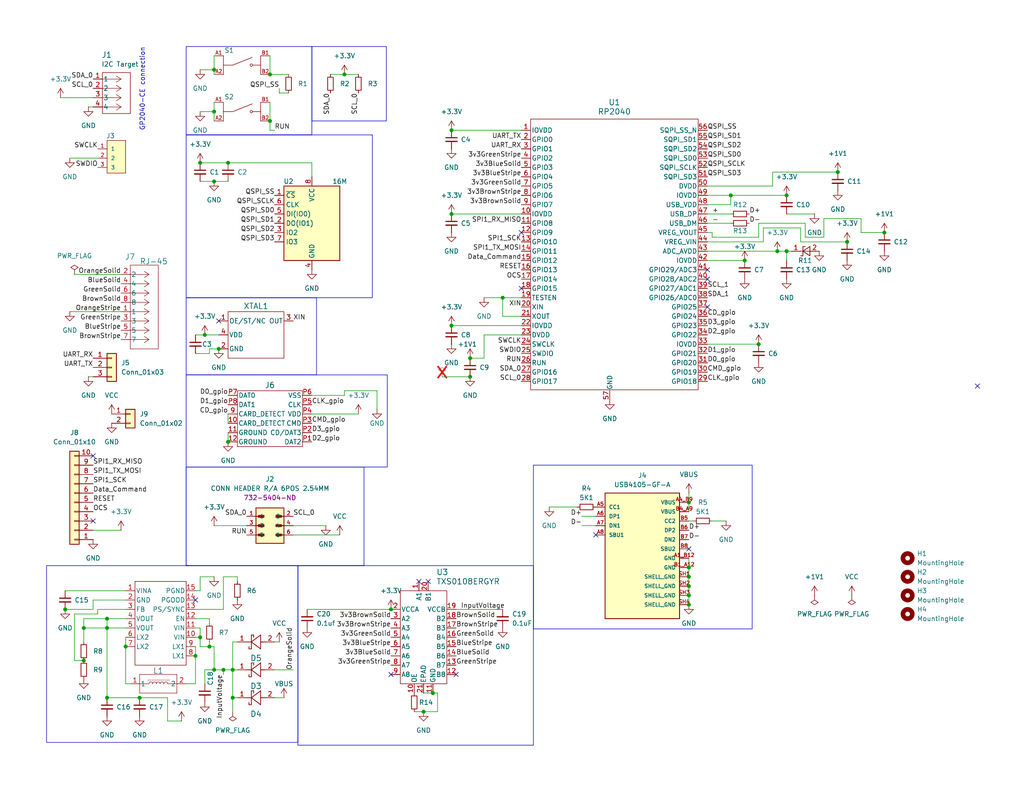
<source format=kicad_sch>
(kicad_sch (version 20231120) (generator "eeschema") (generator_version "8.0")
  (paper "USLetter")
  (title_block (title "GP2040-RE") (date "2024-04-27") (rev "1") (company "Open Stick Community"))
  (junction (at 58.42 30.48))
  (junction (at 57.15 176.53))
  (junction (at 187.96 137.16))
  (junction (at 58.42 19.05))
  (junction (at 34.29 176.53))
  (junction (at 62.23 120.65))
  (junction (at 228.6 46.99))
  (junction (at 55.88 91.44))
  (junction (at 53.34 179.07))
  (junction (at 128.27 97.79))
  (junction (at 62.23 44.45))
  (junction (at 199.39 53.34))
  (junction (at 212.09 68.58))
  (junction (at 22.86 171.45))
  (junction (at 73.66 33.02))
  (junction (at 123.19 88.9))
  (junction (at 59.69 95.25))
  (junction (at 29.21 171.45))
  (junction (at 187.96 154.94))
  (junction (at 207.01 93.98))
  (junction (at 241.3 63.5))
  (junction (at 93.98 20.32))
  (junction (at 187.96 165.1))
  (junction (at 17.78 166.37))
  (junction (at 60.96 182.88))
  (junction (at 73.66 20.32))
  (junction (at 214.63 68.58))
  (junction (at 123.19 58.42))
  (junction (at 187.96 157.48))
  (junction (at 187.96 162.56))
  (junction (at 187.96 160.02))
  (junction (at 106.68 166.37))
  (junction (at 63.5 190.5))
  (junction (at 54.61 173.99))
  (junction (at 128.27 102.87))
  (junction (at 38.1 190.5))
  (junction (at 137.16 81.28))
  (junction (at 22.86 180.34))
  (junction (at 115.57 194.31))
  (junction (at 54.61 44.45))
  (junction (at 118.11 189.23))
  (junction (at 58.42 49.53))
  (junction (at 58.42 182.88))
  (junction (at 29.21 168.91))
  (junction (at 214.63 53.34))
  (junction (at 63.5 182.88))
  (junction (at 123.19 35.56))
  (junction (at 29.21 190.5))
  (junction (at 231.14 66.04))
  (junction (at 203.2 71.12))
  (no_connect (at 116.84 158.75))
  (no_connect (at 187.96 149.86))
  (no_connect (at 162.56 146.05))
  (no_connect (at 106.68 184.15))
  (no_connect (at 266.7 105.41))
  (no_connect (at 142.24 63.5))
  (no_connect (at 142.24 78.74))
  (no_connect (at 193.04 76.2))
  (no_connect (at 25.4 142.24))
  (no_connect (at 114.3 158.75))
  (no_connect (at 25.4 124.46))
  (no_connect (at 124.46 184.15))
  (no_connect (at 59.69 87.63))
  (no_connect (at 193.04 73.66))
  (no_connect (at 193.04 83.82))
  (no_connect (at 53.34 163.83))
  (wire (pts (xy 34.29 176.53) (xy 34.29 186.69)))
  (wire (pts (xy 64.77 190.5) (xy 63.5 190.5)))
  (wire (pts (xy 54.61 30.48) (xy 58.42 30.48)))
  (wire (pts (xy 54.61 157.48) (xy 58.42 157.48)))
  (wire (pts (xy 25.4 29.21) (xy 24.13 29.21)))
  (wire (pts (xy 158.75 143.51) (xy 162.56 143.51)))
  (wire (pts (xy 219.71 60.96) (xy 219.71 64.77)))
  (wire (pts (xy 57.15 96.52) (xy 57.15 95.25)))
  (wire (pts (xy 53.34 168.91) (xy 57.15 168.91)))
  (wire (pts (xy 17.78 166.37) (xy 25.4 166.37)))
  (wire (pts (xy 124.46 166.37) (xy 137.16 166.37)))
  (wire (pts (xy 77.47 190.5) (xy 74.93 190.5)))
  (wire (pts (xy 199.39 58.42) (xy 193.04 58.42)))
  (wire (pts (xy 45.72 190.5) (xy 45.72 196.85)))
  (wire (pts (xy 26.67 166.37) (xy 26.67 167.64)))
  (wire (pts (xy 58.42 176.53) (xy 57.15 176.53)))
  (wire (pts (xy 189.23 142.24) (xy 187.96 142.24)))
  (wire (pts (xy 199.39 60.96) (xy 193.04 60.96)))
  (wire (pts (xy 57.15 175.26) (xy 57.15 176.53)))
  (polyline (pts (xy 50.8 127.508) (xy 50.8 154.432)))
  (wire (pts (xy 34.29 163.83) (xy 25.4 163.83)))
  (wire (pts (xy 22.86 168.91) (xy 29.21 168.91)))
  (wire (pts (xy 34.29 173.99) (xy 34.29 176.53)))
  (wire (pts (xy 73.66 35.56) (xy 73.66 33.02)))
  (wire (pts (xy 73.66 20.32) (xy 78.74 20.32)))
  (wire (pts (xy 210.82 50.8) (xy 210.82 46.99)))
  (wire (pts (xy 93.98 20.32) (xy 97.79 20.32)))
  (wire (pts (xy 193.04 71.12) (xy 203.2 71.12)))
  (wire (pts (xy 29.21 168.91) (xy 29.21 171.45)))
  (wire (pts (xy 193.04 50.8) (xy 210.82 50.8)))
  (wire (pts (xy 16.51 26.67) (xy 25.4 26.67)))
  (wire (pts (xy 63.5 182.88) (xy 63.5 190.5)))
  (wire (pts (xy 113.03 194.31) (xy 115.57 194.31)))
  (wire (pts (xy 222.25 58.42) (xy 214.63 58.42)))
  (wire (pts (xy 132.08 97.79) (xy 132.08 91.44)))
  (wire (pts (xy 60.96 157.48) (xy 60.96 166.37)))
  (wire (pts (xy 214.63 71.12) (xy 214.63 68.58)))
  (wire (pts (xy 74.93 35.56) (xy 73.66 35.56)))
  (wire (pts (xy 57.15 95.25) (xy 59.69 95.25)))
  (wire (pts (xy 187.96 152.4) (xy 187.96 154.94)))
  (wire (pts (xy 73.66 27.94) (xy 73.66 33.02)))
  (wire (pts (xy 19.05 85.09) (xy 33.02 85.09)))
  (wire (pts (xy 85.09 44.45) (xy 85.09 48.26)))
  (wire (pts (xy 19.05 43.18) (xy 26.67 43.18)))
  (wire (pts (xy 210.82 46.99) (xy 228.6 46.99)))
  (wire (pts (xy 29.21 171.45) (xy 29.21 190.5)))
  (wire (pts (xy 224.79 59.69) (xy 234.95 59.69)))
  (wire (pts (xy 149.86 138.43) (xy 157.48 138.43)))
  (wire (pts (xy 54.61 157.48) (xy 54.61 161.29)))
  (wire (pts (xy 76.2 175.26) (xy 74.93 175.26)))
  (wire (pts (xy 45.72 196.85) (xy 49.53 196.85)))
  (wire (pts (xy 58.42 30.48) (xy 58.42 33.02)))
  (wire (pts (xy 132.08 91.44) (xy 142.24 91.44)))
  (wire (pts (xy 137.16 81.28) (xy 142.24 81.28)))
  (wire (pts (xy 60.96 182.88) (xy 58.42 182.88)))
  (wire (pts (xy 218.44 62.23) (xy 208.28 62.23)))
  (wire (pts (xy 53.34 179.07) (xy 53.34 186.69)))
  (wire (pts (xy 50.8 186.69) (xy 53.34 186.69)))
  (wire (pts (xy 187.96 162.56) (xy 187.96 165.1)))
  (wire (pts (xy 24.13 102.87) (xy 25.4 102.87)))
  (wire (pts (xy 20.32 180.34) (xy 20.32 167.64)))
  (wire (pts (xy 80.01 143.51) (xy 88.9 143.51)))
  (wire (pts (xy 194.31 64.77) (xy 207.01 64.77)))
  (wire (pts (xy 62.23 113.03) (xy 62.23 115.57)))
  (wire (pts (xy 137.16 86.36) (xy 142.24 86.36)))
  (wire (pts (xy 54.61 19.05) (xy 58.42 19.05)))
  (wire (pts (xy 29.21 171.45) (xy 34.29 171.45)))
  (wire (pts (xy 85.09 107.95) (xy 93.98 107.95)))
  (wire (pts (xy 55.88 186.69) (xy 55.88 182.88)))
  (wire (pts (xy 199.39 55.88) (xy 199.39 53.34)))
  (wire (pts (xy 123.19 35.56) (xy 142.24 35.56)))
  (wire (pts (xy 53.34 96.52) (xy 57.15 96.52)))
  (wire (pts (xy 158.75 140.97) (xy 162.56 140.97)))
  (wire (pts (xy 193.04 93.98) (xy 207.01 93.98)))
  (wire (pts (xy 35.56 186.69) (xy 34.29 186.69)))
  (wire (pts (xy 80.01 182.88) (xy 74.93 182.88)))
  (wire (pts (xy 20.32 74.93) (xy 33.02 74.93)))
  (wire (pts (xy 193.04 55.88) (xy 199.39 55.88)))
  (wire (pts (xy 207.01 60.96) (xy 219.71 60.96)))
  (wire (pts (xy 25.4 163.83) (xy 25.4 166.37)))
  (wire (pts (xy 187.96 157.48) (xy 187.96 160.02)))
  (wire (pts (xy 58.42 15.24) (xy 58.42 19.05)))
  (wire (pts (xy 123.19 88.9) (xy 142.24 88.9)))
  (wire (pts (xy 212.09 68.58) (xy 214.63 68.58)))
  (polyline (pts (xy 50.8 154.432) (xy 51.562 154.432)))
  (wire (pts (xy 54.61 173.99) (xy 54.61 176.53)))
  (wire (pts (xy 187.96 137.16) (xy 187.96 139.7)))
  (wire (pts (xy 54.61 171.45) (xy 54.61 173.99)))
  (wire (pts (xy 115.57 194.31) (xy 119.38 194.31)))
  (wire (pts (xy 22.86 171.45) (xy 29.21 171.45)))
  (wire (pts (xy 219.71 64.77) (xy 224.79 64.77)))
  (wire (pts (xy 62.23 44.45) (xy 85.09 44.45)))
  (wire (pts (xy 58.42 176.53) (xy 58.42 182.88)))
  (wire (pts (xy 55.88 91.44) (xy 59.69 91.44)))
  (wire (pts (xy 193.04 68.58) (xy 212.09 68.58)))
  (wire (pts (xy 22.86 168.91) (xy 22.86 171.45)))
  (wire (pts (xy 93.98 106.68) (xy 102.87 106.68)))
  (wire (pts (xy 90.17 20.32) (xy 93.98 20.32)))
  (wire (pts (xy 60.96 157.48) (xy 64.77 157.48)))
  (wire (pts (xy 54.61 49.53) (xy 58.42 49.53)))
  (wire (pts (xy 194.31 64.77) (xy 194.31 63.5)))
  (wire (pts (xy 132.08 81.28) (xy 137.16 81.28)))
  (wire (pts (xy 64.77 157.48) (xy 64.77 158.75)))
  (wire (pts (xy 29.21 168.91) (xy 34.29 168.91)))
  (wire (pts (xy 187.96 134.62) (xy 187.96 137.16)))
  (wire (pts (xy 60.96 184.15) (xy 60.96 182.88)))
  (wire (pts (xy 29.21 190.5) (xy 38.1 190.5)))
  (wire (pts (xy 199.39 53.34) (xy 193.04 53.34)))
  (wire (pts (xy 234.95 63.5) (xy 241.3 63.5)))
  (wire (pts (xy 123.19 58.42) (xy 142.24 58.42)))
  (wire (pts (xy 218.44 66.04) (xy 231.14 66.04)))
  (wire (pts (xy 76.2 24.13) (xy 76.2 25.4)))
  (wire (pts (xy 102.87 106.68) (xy 102.87 111.76)))
  (wire (pts (xy 215.9 68.58) (xy 214.63 68.58)))
  (wire (pts (xy 120.65 102.87) (xy 128.27 102.87)))
  (wire (pts (xy 54.61 173.99) (xy 53.34 173.99)))
  (wire (pts (xy 64.77 182.88) (xy 63.5 182.88)))
  (wire (pts (xy 22.86 171.45) (xy 22.86 175.26)))
  (wire (pts (xy 54.61 44.45) (xy 62.23 44.45)))
  (wire (pts (xy 207.01 64.77) (xy 207.01 60.96)))
  (wire (pts (xy 17.78 161.29) (xy 34.29 161.29)))
  (wire (pts (xy 58.42 27.94) (xy 58.42 30.48)))
  (wire (pts (xy 55.88 182.88) (xy 58.42 182.88)))
  (wire (pts (xy 54.61 161.29) (xy 53.34 161.29)))
  (wire (pts (xy 38.1 190.5) (xy 45.72 190.5)))
  (wire (pts (xy 33.02 144.78) (xy 25.4 144.78)))
  (wire (pts (xy 63.5 190.5) (xy 63.5 194.31)))
  (wire (pts (xy 83.82 166.37) (xy 106.68 166.37)))
  (wire (pts (xy 193.04 66.04) (xy 208.28 66.04)))
  (wire (pts (xy 93.98 106.68) (xy 93.98 107.95)))
  (wire (pts (xy 76.2 25.4) (xy 78.74 25.4)))
  (wire (pts (xy 199.39 53.34) (xy 214.63 53.34)))
  (wire (pts (xy 60.96 166.37) (xy 53.34 166.37)))
  (wire (pts (xy 22.86 180.34) (xy 20.32 180.34)))
  (wire (pts (xy 187.96 154.94) (xy 187.96 157.48)))
  (wire (pts (xy 53.34 176.53) (xy 53.34 179.07)))
  (wire (pts (xy 63.5 182.88) (xy 60.96 182.88)))
  (wire (pts (xy 137.16 81.28) (xy 137.16 86.36)))
  (wire (pts (xy 53.34 171.45) (xy 54.61 171.45)))
  (wire (pts (xy 198.12 142.24) (xy 194.31 142.24)))
  (wire (pts (xy 58.42 19.05) (xy 58.42 20.32)))
  (wire (pts (xy 119.38 189.23) (xy 118.11 189.23)))
  (wire (pts (xy 73.66 15.24) (xy 73.66 20.32)))
  (wire (pts (xy 85.09 113.03) (xy 97.79 113.03)))
  (wire (pts (xy 187.96 160.02) (xy 187.96 162.56)))
  (wire (pts (xy 58.42 143.51) (xy 67.31 143.51)))
  (wire (pts (xy 218.44 66.04) (xy 218.44 62.23)))
  (wire (pts (xy 57.15 176.53) (xy 54.61 176.53)))
  (wire (pts (xy 92.71 146.05) (xy 80.01 146.05)))
  (wire (pts (xy 64.77 175.26) (xy 63.5 175.26)))
  (wire (pts (xy 208.28 62.23) (xy 208.28 66.04)))
  (wire (pts (xy 224.79 59.69) (xy 224.79 64.77)))
  (wire (pts (xy 194.31 63.5) (xy 193.04 63.5)))
  (wire (pts (xy 57.15 168.91) (xy 57.15 170.18)))
  (wire (pts (xy 63.5 175.26) (xy 63.5 182.88)))
  (wire (pts (xy 128.27 97.79) (xy 132.08 97.79)))
  (wire (pts (xy 26.67 167.64) (xy 20.32 167.64)))
  (wire (pts (xy 62.23 118.11) (xy 62.23 120.65)))
  (wire (pts (xy 58.42 49.53) (xy 62.23 49.53)))
  (wire (pts (xy 26.67 166.37) (xy 34.29 166.37)))
  (wire (pts (xy 115.57 189.23) (xy 118.11 189.23)))
  (wire (pts (xy 53.34 91.44) (xy 55.88 91.44)))
  (wire (pts (xy 234.95 59.69) (xy 234.95 63.5)))
  (wire (pts (xy 119.38 194.31) (xy 119.38 189.23)))
  (rectangle (start 12.7 154.432) (end 81.28 202.692))
  (rectangle (start 85.09 12.7) (end 105.41 33.02))
  (rectangle (start 50.8 12.7) (end 85.09 36.83))
  (rectangle (start 50.8 127.508) (end 99.314 154.432))
  (rectangle (start 145.542 127) (end 205.232 171.704))
  (rectangle (start 50.8 81.28) (end 86.36 102.362))
  (rectangle (start 81.28 154.432) (end 145.542 203.454))
  (rectangle (start 50.8 102.362) (end 105.664 127.508))
  (rectangle (start 50.8 36.83) (end 101.6 81.28))
  (text "GP2040-CE connection" (at 38.862 24.384 90) (effects (font (size 1.27 1.27))))
  (label "QSPI_SS" (at 193.04 35.56 0))
  (label "D0_gpio" (at 193.04 99.06 0))
  (label "QSPI_SCLK" (at 74.93 55.88 180))
  (label "UART_RX" (at 25.4 97.79 180))
  (label "SPI1_TX_MOSI" (at 142.24 68.58 180))
  (label "D3_gpio" (at 85.09 118.11 0))
  (label "BrownSolid" (at 124.46 168.91 0))
  (label "SWCLK" (at 26.67 40.64 180))
  (label "XIN" (at 80.01 87.63 0))
  (label "SPI1_TX_MOSI" (at 25.4 129.54 0))
  (label "BlueStripe" (at 124.46 176.53 0))
  (label "BlueSolid" (at 33.02 77.47 180))
  (label "D2_gpio" (at 85.09 120.65 0))
  (label "OrangeSolid" (at 33.02 74.93 180))
  (label "D+" (at 187.96 144.78 0))
  (label "CLK_gpio" (at 85.09 110.49 0))
  (label "CD_gpio" (at 193.04 86.36 0))
  (label "3v3GreenSolid" (at 142.24 50.8 180))
  (label "QSPI_SD0" (at 193.04 43.18 0))
  (label "RUN" (at 74.93 35.56 0))
  (label "SCL_1" (at 193.04 78.74 0))
  (label "RUN" (at 67.31 146.05 180))
  (label "UART_TX" (at 142.24 38.1 180))
  (label "3v3BrownStripe" (at 142.24 53.34 180))
  (label "D-" (at 158.75 143.51 180))
  (label "3v3GreenSolid" (at 106.68 173.99 180))
  (label "SWDIO" (at 26.67 45.72 180))
  (label "RUN" (at 142.24 99.06 180))
  (label "XIN" (at 142.24 83.82 180))
  (label "QSPI_SD2" (at 193.04 40.64 0))
  (label "SCL_0" (at 142.24 104.14 180))
  (label "CD_gpio" (at 62.23 113.03 180))
  (label "SDA_0" (at 25.4 21.59 180))
  (label "CMD_gpio" (at 193.04 101.6 0))
  (label "3v3BlueStripe" (at 142.24 48.26 180))
  (label "3v3BlueSolid" (at 106.68 179.07 180))
  (label "SPI1_RX_MISO" (at 25.4 127 0))
  (label "D0_gpio" (at 62.23 107.95 180))
  (label "SCL_0" (at 97.79 25.4 270))
  (label "D-" (at 204.47 60.96 0))
  (label "GreenStripe" (at 124.46 181.61 0))
  (label "D3_gpio" (at 193.04 88.9 0))
  (label "Data_Command" (at 142.24 71.12 180))
  (label "OCS" (at 25.4 139.7 0))
  (label "D+" (at 204.47 58.42 0))
  (label "SCL_0" (at 80.01 140.97 0))
  (label "BrownSolid" (at 33.02 82.55 180))
  (label "QSPI_SCLK" (at 193.04 45.72 0))
  (label "3v3BlueStripe" (at 106.68 176.53 180))
  (label "InputVoltage" (at 125.73 166.37 0))
  (label "SWDIO" (at 142.24 96.52 180))
  (label "3v3BrownSolid" (at 142.24 55.88 180))
  (label "SPI1_RX_MISO" (at 142.24 60.96 180))
  (label "QSPI_SD0" (at 74.93 58.42 180))
  (label "3v3BrownSolid" (at 106.68 168.91 180))
  (label "-" (at 194.31 60.96 0))
  (label "RESET" (at 142.24 73.66 180))
  (label "SWCLK" (at 142.24 93.98 180))
  (label "D1_gpio" (at 193.04 96.52 0))
  (label "QSPI_SD1" (at 193.04 38.1 0))
  (label "D1_gpio" (at 62.23 110.49 180))
  (label "QSPI_SD3" (at 74.93 66.04 180))
  (label "3v3GreenStripe" (at 142.24 43.18 180))
  (label "BrownStripe" (at 33.02 92.71 180))
  (label "GreenSolid" (at 124.46 173.99 0))
  (label "OrangeStripe" (at 33.02 85.09 180))
  (label "CLK_gpio" (at 193.04 104.14 0))
  (label "GreenSolid" (at 33.02 80.01 180))
  (label "OrangeSolid" (at 80.01 182.88 90))
  (label "3v3GreenStripe" (at 106.68 181.61 180))
  (label "D+" (at 158.75 140.97 180))
  (label "InputVoltage" (at 60.96 184.15 270))
  (label "RESET" (at 25.4 137.16 0))
  (label "BlueSolid" (at 124.46 179.07 0))
  (label "OCS" (at 142.24 76.2 180))
  (label "QSPI_SS" (at 74.93 53.34 180))
  (label "3v3BrownStripe" (at 106.68 171.45 180))
  (label "SPI1_SCK" (at 142.24 66.04 180))
  (label "QSPI_SD3" (at 193.04 48.26 0))
  (label "GreenStripe" (at 33.02 87.63 180))
  (label "D-" (at 187.96 147.32 0))
  (label "SCL_0" (at 25.4 24.13 180))
  (label "BrownStripe" (at 124.46 171.45 0))
  (label "CMD_gpio" (at 85.09 115.57 0))
  (label "UART_RX" (at 142.24 40.64 180))
  (label "QSPI_SS" (at 76.2 24.13 180))
  (label "+" (at 194.31 58.42 0))
  (label "D2_gpio" (at 193.04 91.44 0))
  (label "BlueStripe" (at 33.02 90.17 180))
  (label "SDA_0" (at 142.24 101.6 180))
  (label "SDA_0" (at 90.17 25.4 270))
  (label "Data_Command" (at 25.4 134.62 0))
  (label "QSPI_SD1" (at 74.93 60.96 180))
  (label "SDA_1" (at 193.04 81.28 0))
  (label "QSPI_SD2" (at 74.93 63.5 180))
  (label "SPI1_SCK" (at 25.4 132.08 0))
  (label "UART_TX" (at 25.4 100.33 180))
  (label "SDA_0" (at 67.31 140.97 180))
  (label "3v3BlueSolid" (at 142.24 45.72 180))
  (symbol (lib_id "power:GND") (at 59.69 95.25 0) (unit 1)
    (property "Reference" "#PWR040" (effects (hide yes)))
    (property "Value" "GND" (at 59.69 100.33 0))
    (property "Description" "Power symbol creates a global label with name \"GND\" , ground" (effects (hide yes)))
  )
  (symbol (lib_id "Device:C_Small") (at 241.3 66.04 0) (unit 1)
    (property "Reference" "C12" (at 243.84 66.0462 0) (effects (justify left)))
    (property "Value" "2.2u 6.3V X5R 20%" (effects (hide yes)))
    (property "Footprint" "Capacitor_SMD:C_0603_1608Metric" (effects (hide yes)))
    (property "Description" "Unpolarized capacitor, small symbol" (effects (hide yes)))
    (property "DigiKey Part Number" "587-MCASJ168SB5225MTNA01CT-ND" (effects (hide yes)))
  )
  (symbol (lib_id "Device:C_Small") (at 55.88 189.23 0) (unit 1)
    (property "Reference" "C18" (at 57.404 187.198 90) (effects (justify left)))
    (property "Value" "47u 6.3V X5R 20%" (effects (hide yes)))
    (property "Footprint" "Capacitor_SMD:C_0603_1608Metric" (effects (hide yes)))
    (property "Description" "Unpolarized capacitor, small symbol" (effects (hide yes)))
    (property "DigiKey Part Number" "1276-CL10A476MQ8QRNCCT-ND" (effects (hide yes)))
  )
  (symbol (lib_id "power:GND") (at 187.96 165.1 0) (unit 1)
    (property "Reference" "#PWR045" (effects (hide yes)))
    (property "Value" "GND" (at 187.96 170.18 0))
    (property "Description" "Power symbol creates a global label with name \"GND\" , ground" (effects (hide yes)))
  )
  (symbol (lib_id "power:+3.3V") (at 123.19 88.9 0) (unit 1)
    (property "Reference" "#PWR06" (effects (hide yes)))
    (property "Value" "+3.3V" (at 123.19 83.82 0))
    (property "Description" "Power symbol creates a global label with name \"+3.3V\"" (effects (hide yes)))
  )
  (symbol (lib_id "power:GND") (at 214.63 76.2 0) (unit 1)
    (property "Reference" "#PWR016" (effects (hide yes)))
    (property "Value" "GND" (at 214.63 81.28 0))
    (property "Description" "Power symbol creates a global label with name \"GND\" , ground" (effects (hide yes)))
  )
  (symbol (lib_id "GP2040-RE:Ocillator") (at 69.85 91.44 0) (unit 1)
    (property "Reference" "XTAL1" (at 69.85 83.566 0) (effects (font (size 1.524 1.524))))
    (property "Value" "SIT1602BC-33-33E-12.000000T" (effects (hide yes)))
    (property "Footprint" "GP2040-RE:SON4_SIT1602-3_SIT" (effects (hide yes)))
    (property "Datasheet" "https://www.sitime.com/datasheet/SiT1602" (effects (hide yes)))
    (property "Description" "MEMS OSC XO 12.0000MHZ H/LV-CMOS" (effects (hide yes)))
    (property "DigiKey Part Number" "1473-SIT1602BC-33-33E-12.000000-ND" (effects (hide yes)))
  )
  (symbol (lib_id "Device:C_Small") (at 207.01 96.52 0) (unit 1)
    (property "Reference" "C6" (at 209.55 96.5262 0) (effects (justify left)))
    (property "Value" "100n 6.3V X5R 10%" (effects (hide yes)))
    (property "Footprint" "Capacitor_SMD:C_0603_1608Metric" (effects (hide yes)))
    (property "Description" "Unpolarized capacitor, small symbol" (effects (hide yes)))
    (property "DigiKey Part Number" "399-17575-1-ND " (effects (hide yes)))
  )
  (symbol (lib_id "power:+3.3V") (at 97.79 113.03 0) (unit 1)
    (property "Reference" "#PWR042" (effects (hide yes)))
    (property "Value" "+3.3V" (at 97.79 107.95 0))
    (property "Description" "Power symbol creates a global label with name \"+3.3V\"" (effects (hide yes)))
  )
  (symbol (lib_id "Device:R_Small") (at 97.79 22.86 180) (unit 1)
    (property "Reference" "R3" (at 100.33 22.8599 0) (effects (justify right)))
    (property "Value" "4.7k" (effects (hide yes)))
    (property "Footprint" "Resistor_SMD:R_0603_1608Metric" (effects (hide yes)))
    (property "Description" "Resistor, small symbol" (effects (hide yes)))
    (property "DigiKey Part Number" "P4.70KHCT-ND" (effects (hide yes)))
  )
  (symbol (lib_id "power:+3.3V") (at 123.19 35.56 0) (unit 1)
    (property "Reference" "#PWR01" (effects (hide yes)))
    (property "Value" "+3.3V" (at 123.19 30.48 0))
    (property "Description" "Power symbol creates a global label with name \"+3.3V\"" (effects (hide yes)))
  )
  (symbol (lib_id "power:GND") (at 228.6 52.07 0) (unit 1)
    (property "Reference" "#PWR023" (effects (hide yes)))
    (property "Value" "GND" (at 228.6 57.15 0))
    (property "Description" "Power symbol creates a global label with name \"GND\" , ground" (effects (hide yes)))
  )
  (symbol (lib_id "power:VBUS") (at 187.96 134.62 0) (unit 1)
    (property "Reference" "#PWR038" (effects (hide yes)))
    (property "Value" "VBUS" (at 187.96 129.54 0))
    (property "Description" "Power symbol creates a global label with name \"VBUS\"" (effects (hide yes)))
  )
  (symbol (lib_id "power:+3.3V") (at 49.53 196.85 0) (unit 1)
    (property "Reference" "#PWR059" (effects (hide yes)))
    (property "Value" "+3.3V" (at 49.53 191.77 0))
    (property "Description" "Power symbol creates a global label with name \"+3.3V\"" (effects (hide yes)))
  )
  (symbol (lib_id "Device:C_Small") (at 29.21 193.04 0) (unit 1)
    (property "Reference" "C16" (at 31.75 193.0462 0) (effects (justify left)))
    (property "Value" "47u 6.3V X5R 20%" (effects (hide yes)))
    (property "Footprint" "Capacitor_SMD:C_0603_1608Metric" (effects (hide yes)))
    (property "Description" "Unpolarized capacitor, small symbol" (effects (hide yes)))
    (property "DigiKey Part Number" "1276-CL10A476MQ8QRNCCT-ND" (effects (hide yes)))
  )
  (symbol (lib_id "power:GND") (at 223.52 68.58 0) (unit 1)
    (property "Reference" "#PWR014" (effects (hide yes)))
    (property "Value" "GND" (at 223.52 73.66 0))
    (property "Description" "Power symbol creates a global label with name \"GND\" , ground" (effects (hide yes)))
  )
  (symbol (lib_id "Mechanical:MountingHole") (at 247.65 162.56 0) (unit 1) (exclude_from_sim yes) (in_bom no)
    (property "Reference" "H3" (at 250.19 161.2899 0) (effects (justify left)))
    (property "Value" "MountingHole" (at 250.19 163.8299 0) (effects (justify left)))
    (property "Footprint" "MountingHole:MountingHole_2.5mm" (effects (hide yes)))
    (property "Description" "Mounting Hole without connection" (effects (hide yes)))
  )
  (symbol (lib_id "GP2040-RE:Flash Memory") (at 85.09 60.96 0) (unit 1)
    (property "Reference" "U2" (at 78.74 49.53 0))
    (property "Value" "16M" (at 92.71 49.53 0))
    (property "Footprint" "GP2040-RE:USON-8_UX_2x3x0p6_WIN" (effects (hide yes)))
    (property "Datasheet" "https://www.winbond.com/resource-files/w25q16jv%20spi%20revh%2004082019%20plus.pdf" (effects (hide yes)))
    (property "Description" "3V 16M-BIT SERIAL FLASH MEMORY WITH DUAL/QUAD SPI " (effects (hide yes)))
    (property "DigiKey Part Number" "256-W25Q16JVUXIQTRCT-ND" (effects (hide yes)))
  )
  (symbol (lib_id "Device:C_Small") (at 17.78 163.83 0) (unit 1)
    (property "Reference" "C15" (at 20.32 163.8362 0) (effects (justify left)))
    (property "Value" "100n 6.3V X5R 10%" (effects (hide yes)))
    (property "Footprint" "Capacitor_SMD:C_0603_1608Metric" (effects (hide yes)))
    (property "Description" "Unpolarized capacitor, small symbol" (effects (hide yes)))
    (property "DigiKey Part Number" "399-17575-1-ND " (effects (hide yes)))
  )
  (symbol (lib_id "GP2040-RE:Schottky") (at 74.93 182.88 180) (unit 1)
    (property "Reference" "D3" (at 69.85 187.325 0) (effects (font (size 1.524 1.524))))
    (property "Value" "20V 1A" (effects (hide yes)))
    (property "Footprint" "GP2040-RE:SDO_SOD-123FL_ONS" (effects (hide yes)))
    (property "Datasheet" "https://www.onsemi.com/pdf/datasheet/mbr120vlsft1-d.pdf" (effects (hide yes)))
    (property "Description" "DIODE SCHOTTKY 20V 1A SOD123FL" (effects (hide yes)))
    (property "DigiKey Part Number" "MBR120VLSFT1GOSCT-ND" (effects (hide yes)))
  )
  (symbol (lib_id "power:PWR_FLAG") (at 120.65 102.87 0) (unit 1) (in_bom no) (on_board no) (dnp yes)
    (property "Reference" "#FLG08" (effects (hide yes)))
    (property "Value" "PWR_FLAG" (effects (hide yes)))
    (property "Description" "Special symbol for telling ERC where power comes from" (effects (hide yes)))
  )
  (symbol (lib_id "power:PWR_FLAG") (at 232.41 162.56 180) (unit 1)
    (property "Reference" "#FLG05" (effects (hide yes)))
    (property "Value" "PWR_FLAG" (at 232.41 167.64 0))
    (property "Description" "Special symbol for telling ERC where power comes from" (effects (hide yes)))
  )
  (symbol (lib_id "power:GND") (at 24.13 102.87 0) (unit 1)
    (property "Reference" "#PWR063" (effects (hide yes)))
    (property "Value" "GND" (at 24.13 107.95 0))
    (property "Description" "Power symbol creates a global label with name \"GND\" , ground" (effects (hide yes)))
  )
  (symbol (lib_id "power:GND") (at 128.27 102.87 0) (unit 1)
    (property "Reference" "#PWR08" (effects (hide yes)))
    (property "Value" "GND" (at 128.27 107.95 0))
    (property "Description" "Power symbol creates a global label with name \"GND\" , ground" (effects (hide yes)))
  )
  (symbol (lib_id "Device:R_Small") (at 201.93 58.42 90) (unit 1)
    (property "Reference" "R12" (at 201.93 55.88 90))
    (property "Value" "27 50mW 1% M0603" (effects (hide yes)))
    (property "Footprint" "Resistor_SMD:R_0603_1608Metric" (effects (hide yes)))
    (property "Description" "Resistor, small symbol" (effects (hide yes)))
    (property "DigiKey Part Number" "P27.0HCT-ND" (effects (hide yes)))
  )
  (symbol (lib_id "GP2040-RE:Schottky") (at 74.93 175.26 180) (unit 1)
    (property "Reference" "D5" (at 69.85 179.705 0) (effects (font (size 1.524 1.524))))
    (property "Value" "20V 1A" (effects (hide yes)))
    (property "Footprint" "GP2040-RE:SDO_SOD-123FL_ONS" (effects (hide yes)))
    (property "Datasheet" "https://www.onsemi.com/pdf/datasheet/mbr120vlsft1-d.pdf" (effects (hide yes)))
    (property "Description" "DIODE SCHOTTKY 20V 1A SOD123FL" (effects (hide yes)))
    (property "DigiKey Part Number" "MBR120VLSFT1GOSCT-ND" (effects (hide yes)))
  )
  (symbol (lib_id "Device:C_Small") (at 128.27 100.33 0) (unit 1)
    (property "Reference" "C9" (at 130.81 100.3362 0) (effects (justify left)))
    (property "Value" "100n 6.3V X5R 10%" (effects (hide yes)))
    (property "Footprint" "Capacitor_SMD:C_0603_1608Metric" (effects (hide yes)))
    (property "Description" "Unpolarized capacitor, small symbol" (effects (hide yes)))
    (property "DigiKey Part Number" "399-17575-1-ND " (effects (hide yes)))
  )
  (symbol (lib_id "GP2040-RE:Linear Regulator") (at 36.83 158.75 0) (unit 1)
    (property "Reference" "U4" (effects (hide yes)))
    (property "Value" "Linear Regulator" (effects (hide yes)))
    (property "Footprint" "GP2040-RE:QFN_4AGQW_RIT" (effects (hide yes)))
    (property "Datasheet" "https://www.richtek.com/SaveDownload.aspx?specid=RT6154A/RT6154B" (effects (hide yes)))
    (property "Description" "IC REG BUCK-BOOST ADJ 4A 14WDFN" (effects (hide yes)))
    (property "DigiKey Part Number" "1028-1338-1-ND" (effects (hide yes)))
  )
  (symbol (lib_id "Device:C_Small") (at 231.14 68.58 0) (unit 1)
    (property "Reference" "C14" (at 233.68 68.5862 0) (effects (justify left)))
    (property "Value" "2.2u 6.3V X5R 20%" (effects (hide yes)))
    (property "Footprint" "Capacitor_SMD:C_0603_1608Metric" (effects (hide yes)))
    (property "Description" "Unpolarized capacitor, small symbol" (effects (hide yes)))
    (property "DigiKey Part Number" "587-MCASJ168SB5225MTNA01CT-ND" (effects (hide yes)))
  )
  (symbol (lib_id "GP2040-RE:SRN2512-1R0M") (at 30.48 186.69 0) (unit 1)
    (property "Reference" "L1" (at 43.18 183.134 0) (effects (font (size 1.524 1.524))))
    (property "Value" "SRN2512-1R0M" (effects (hide yes)))
    (property "Footprint" "GP2040-RE:IND_SRN2512_BRN" (effects (hide yes)))
    (property "Datasheet" "https://www.bourns.com/docs/Product-Datasheets/SRN2512.pdf" (effects (hide yes)))
    (property "Description" "FIXED IND 1UH 3.5A 57 MOHM SMD" (effects (hide yes)))
    (property "DigiKey Part Number" "SRN2512-1R0MCT-ND" (effects (hide yes)))
  )
  (symbol (lib_id "power:GND") (at 64.77 163.83 0) (unit 1)
    (property "Reference" "#PWR050" (effects (hide yes)))
    (property "Value" "GND" (at 64.77 168.91 0))
    (property "Description" "Power symbol creates a global label with name \"GND\" , ground" (effects (hide yes)))
  )
  (symbol (lib_id "GP2040-RE:Buttons") (at 66.04 17.78 0) (unit 1)
    (property "Reference" "S1" (at 61.214 14.478 0) (effects (justify left bottom)))
    (property "Value" "Buttons" (effects (hide yes)))
    (property "Footprint" "GP2040-RE:SW_EVP-BB2A9B000" (effects (hide yes)))
    (property "Datasheet" "https://www3.panasonic.biz/ac/e_download/control/switch/light-touch/catalog/sw_lt_eng_2616s.pdf" (effects (hide yes)))
    (property "Description" "Tactile Switch SPST-NO Top Actuated Surface Mount" (effects (hide yes)))
    (property "ARROW_ELECTRONICS-PURCHASE-URL" "https://snapeda.com/shop?store=Arrow+Electronics&id=584571" (effects (hide yes)))
    (property "MOUSER-PURCHASE-URL" "https://snapeda.com/shop?store=Mouser&id=584571" (effects (hide yes)))
    (property "MAXIMUM_PACKAGE_HEIGHT" "0.58mm" (effects (hide yes)))
    (property "PACKAGE" "None" (effects (hide yes)))
    (property "MF" "Panasonic Electronic" (effects (hide yes)))
    (property "MP" "EVP-BB2A9B000" (effects (hide yes)))
    (property "DIGIKEY-PURCHASE-URL" "https://snapeda.com/shop?store=DigiKey&id=584571" (effects (hide yes)))
    (property "DIGI-KEY_PART_NUMBER" "P19888CT-ND" (effects (hide yes)))
    (property "DigiKey Part Number" "P19888CT-ND" (effects (hide yes)))
  )
  (symbol (lib_id "power:PWR_FLAG") (at 63.5 194.31 180) (unit 1)
    (property "Reference" "#FLG02" (effects (hide yes)))
    (property "Value" "PWR_FLAG" (at 63.5 199.39 0))
    (property "Description" "Special symbol for telling ERC where power comes from" (effects (hide yes)))
  )
  (symbol (lib_id "power:+3.3V") (at 212.09 68.58 0) (unit 1)
    (property "Reference" "#PWR015" (effects (hide yes)))
    (property "Value" "+3.3V" (at 212.09 63.5 0))
    (property "Description" "Power symbol creates a global label with name \"+3.3V\"" (effects (hide yes)))
  )
  (symbol (lib_id "power:GND") (at 88.9 143.51 0) (unit 1)
    (property "Reference" "#PWR032" (effects (hide yes)))
    (property "Value" "GND" (at 88.9 148.59 0))
    (property "Description" "Power symbol creates a global label with name \"GND\" , ground" (effects (hide yes)))
  )
  (symbol (lib_id "Device:R_Small") (at 113.03 191.77 0) (unit 1)
    (property "Reference" "R14" (at 114.3 191.77 0) (effects (justify left)))
    (property "Value" "130" (effects (hide yes)))
    (property "Footprint" "Resistor_SMD:R_0603_1608Metric_Pad0.98x0.95mm_HandSolder" (effects (hide yes)))
    (property "Datasheet" "https://industrial.panasonic.com/ww/products/pt/general-purpose-chip-resistors/models/ERJ3GEYJ131V" (effects (hide yes)))
    (property "Description" "Resistor, small symbol" (effects (hide yes)))
    (property "DigiKey Part Number" "P130GTR-ND" (effects (hide yes)))
  )
  (symbol (lib_id "power:GND") (at 123.19 40.64 0) (unit 1)
    (property "Reference" "#PWR02" (effects (hide yes)))
    (property "Value" "GND" (at 123.19 45.72 0))
    (property "Description" "Power symbol creates a global label with name \"GND\" , ground" (effects (hide yes)))
  )
  (symbol (lib_id "power:+3.3V") (at 106.68 166.37 0) (unit 1)
    (property "Reference" "#PWR064" (effects (hide yes)))
    (property "Value" "+3.3V" (at 106.68 161.29 0))
    (property "Description" "Power symbol creates a global label with name \"+3.3V\"" (effects (hide yes)))
  )
  (symbol (lib_id "power:GND") (at 198.12 142.24 0) (unit 1)
    (property "Reference" "#PWR054" (effects (hide yes)))
    (property "Value" "GND" (at 198.12 147.32 0))
    (property "Description" "Power symbol creates a global label with name \"GND\" , ground" (effects (hide yes)))
  )
  (symbol (lib_id "power:+1V1") (at 128.27 97.79 0) (unit 1)
    (property "Reference" "#PWR09" (effects (hide yes)))
    (property "Value" "+1V1" (at 127.508 93.98 0))
    (property "Description" "Power symbol creates a global label with name \"+1V1\"" (effects (hide yes)))
  )
  (symbol (lib_id "Device:C_Small") (at 214.63 55.88 0) (unit 1)
    (property "Reference" "C10" (at 217.17 55.8862 0) (effects (justify left)))
    (property "Value" "100n 6.3V X5R 10%" (effects (hide yes)))
    (property "Footprint" "Capacitor_SMD:C_0603_1608Metric" (effects (hide yes)))
    (property "Description" "Unpolarized capacitor, small symbol" (effects (hide yes)))
    (property "DigiKey Part Number" "399-17575-1-ND " (effects (hide yes)))
  )
  (symbol (lib_id "power:GND") (at 137.16 171.45 0) (unit 1)
    (property "Reference" "#PWR070" (effects (hide yes)))
    (property "Value" "GND" (at 137.16 176.53 0))
    (property "Description" "Power symbol creates a global label with name \"GND\" , ground" (effects (hide yes)))
  )
  (symbol (lib_id "GP2040-RE:microSD") (at 73.66 114.3 180) (unit 1)
    (property "Reference" "J6" (at 73.66 105.156 0) (effects (font (size 1.524 1.524))))
    (property "Value" "microSD" (effects (hide yes)))
    (property "Footprint" "GP2040-RE:MEM2061-01-188-00-A_GCT" (effects (hide yes)))
    (property "Datasheet" "https://gct.co/files/specs/mem2061-spec.pdf" (effects (hide yes)))
    (property "Description" "Micro SD Card Socket with one card detection pin" (effects (hide yes)))
    (property "DigiKey Part Number" "2073-MEM2061-01-188-00-ACT-ND" (effects (hide yes)))
  )
  (symbol (lib_id "power:VBUS") (at 77.47 190.5 0) (unit 1)
    (property "Reference" "#PWR053" (effects (hide yes)))
    (property "Value" "VBUS" (at 77.47 186.69 0))
    (property "Description" "Power symbol creates a global label with name \"VBUS\"" (effects (hide yes)))
  )
  (symbol (lib_id "power:+3.3V") (at 58.42 143.51 0) (unit 1)
    (property "Reference" "#PWR033" (effects (hide yes)))
    (property "Value" "+3.3V" (at 58.42 138.43 0))
    (property "Description" "Power symbol creates a global label with name \"+3.3V\"" (effects (hide yes)))
  )
  (symbol (lib_id "Device:R_Small") (at 90.17 22.86 180) (unit 1)
    (property "Reference" "R2" (at 92.71 22.8599 0) (effects (justify right)))
    (property "Value" "4.7k" (effects (hide yes)))
    (property "Footprint" "Resistor_SMD:R_0603_1608Metric" (effects (hide yes)))
    (property "Description" "Resistor, small symbol" (effects (hide yes)))
    (property "DigiKey Part Number" "P4.70KHCT-ND" (effects (hide yes)))
  )
  (symbol (lib_id "power:PWR_FLAG") (at 222.25 162.56 180) (unit 1)
    (property "Reference" "#FLG06" (effects (hide yes)))
    (property "Value" "PWR_FLAG" (at 222.25 167.64 0))
    (property "Description" "Special symbol for telling ERC where power comes from" (effects (hide yes)))
  )
  (symbol (lib_id "GP2040-RE:Buttons") (at 66.04 30.48 0) (unit 1)
    (property "Reference" "S2" (at 61.214 27.178 0) (effects (justify left bottom)))
    (property "Value" "Buttons" (effects (hide yes)))
    (property "Footprint" "GP2040-RE:SW_EVP-BB2A9B000" (effects (hide yes)))
    (property "Datasheet" "https://www3.panasonic.biz/ac/e_download/control/switch/light-touch/catalog/sw_lt_eng_2616s.pdf" (effects (hide yes)))
    (property "Description" "Tactile Switch SPST-NO Top Actuated Surface Mount" (effects (hide yes)))
    (property "ARROW_ELECTRONICS-PURCHASE-URL" "https://snapeda.com/shop?store=Arrow+Electronics&id=584571" (effects (hide yes)))
    (property "MOUSER-PURCHASE-URL" "https://snapeda.com/shop?store=Mouser&id=584571" (effects (hide yes)))
    (property "MAXIMUM_PACKAGE_HEIGHT" "0.58mm" (effects (hide yes)))
    (property "PACKAGE" "None" (effects (hide yes)))
    (property "MF" "Panasonic Electronic" (effects (hide yes)))
    (property "MP" "EVP-BB2A9B000" (effects (hide yes)))
    (property "DIGIKEY-PURCHASE-URL" "https://snapeda.com/shop?store=DigiKey&id=584571" (effects (hide yes)))
    (property "DIGI-KEY_PART_NUMBER" "P19888CT-ND" (effects (hide yes)))
    (property "DigiKey Part Number" "P19888CT-ND" (effects (hide yes)))
  )
  (symbol (lib_id "power:GND") (at 38.1 195.58 0) (unit 1)
    (property "Reference" "#PWR056" (effects (hide yes)))
    (property "Value" "GND" (at 38.1 200.66 0))
    (property "Description" "Power symbol creates a global label with name \"GND\" , ground" (effects (hide yes)))
  )
  (symbol (lib_id "Device:C_Small") (at 123.19 91.44 0) (unit 1)
    (property "Reference" "C8" (at 125.73 91.4462 0) (effects (justify left)))
    (property "Value" "100n 6.3V X5R 10%" (effects (hide yes)))
    (property "Footprint" "Capacitor_SMD:C_0603_1608Metric" (effects (hide yes)))
    (property "Description" "Unpolarized capacitor, small symbol" (effects (hide yes)))
    (property "DigiKey Part Number" "399-17575-1-ND " (effects (hide yes)))
  )
  (symbol (lib_id "Device:C_Small") (at 83.82 168.91 180) (unit 1)
    (property "Reference" "C20" (at 86.36 167.6335 0) (effects (justify right)))
    (property "Value" "0.1uf" (at 86.36 170.1735 0) (effects (justify right)))
    (property "Footprint" "Capacitor_SMD:C_0603_1608Metric" (effects (hide yes)))
    (property "Description" "Unpolarized capacitor, small symbol" (effects (hide yes)))
  )
  (symbol (lib_id "Mechanical:MountingHole") (at 247.65 152.4 0) (unit 1) (exclude_from_sim yes) (in_bom no)
    (property "Reference" "H1" (at 250.19 151.1299 0) (effects (justify left)))
    (property "Value" "MountingHole" (at 250.19 153.6699 0) (effects (justify left)))
    (property "Footprint" "MountingHole:MountingHole_2.5mm" (effects (hide yes)))
    (property "Description" "Mounting Hole without connection" (effects (hide yes)))
  )
  (symbol (lib_id "power:GND") (at 29.21 195.58 0) (unit 1)
    (property "Reference" "#PWR055" (effects (hide yes)))
    (property "Value" "GND" (at 29.21 200.66 0))
    (property "Description" "Power symbol creates a global label with name \"GND\" , ground" (effects (hide yes)))
  )
  (symbol (lib_id "Device:R_Small") (at 64.77 161.29 0) (unit 1)
    (property "Reference" "R6" (at 67.31 161.2899 0) (effects (justify left)))
    (property "Value" "100K 50mW 1%" (effects (hide yes)))
    (property "Footprint" "Resistor_SMD:R_0603_1608Metric" (effects (hide yes)))
    (property "Description" "Resistor, small symbol" (effects (hide yes)))
    (property "DigiKey Part Number" "P100KHCT-ND" (effects (hide yes)))
  )
  (symbol (lib_id "power:GND") (at 115.57 194.31 0) (unit 1)
    (property "Reference" "#PWR065" (effects (hide yes)))
    (property "Value" "GND" (at 115.57 199.39 0))
    (property "Description" "Power symbol creates a global label with name \"GND\" , ground" (effects (hide yes)))
  )
  (symbol (lib_id "Device:C_Small") (at 214.63 73.66 0) (unit 1)
    (property "Reference" "C13" (at 217.17 73.6662 0) (effects (justify left)))
    (property "Value" "2.2u 6.3V X5R 20%" (effects (hide yes)))
    (property "Footprint" "Capacitor_SMD:C_0603_1608Metric" (effects (hide yes)))
    (property "Description" "Unpolarized capacitor, small symbol" (effects (hide yes)))
    (property "DigiKey Part Number" "587-MCASJ168SB5225MTNA01CT-ND" (effects (hide yes)))
  )
  (symbol (lib_id "Connector_Generic:Conn_01x03") (at 30.48 100.33 0) (unit 1)
    (property "Reference" "J5" (at 33.02 99.0599 0) (effects (justify left)))
    (property "Value" "Conn_01x03" (at 33.02 101.5999 0) (effects (justify left)))
    (property "Footprint" "Connector_PinHeader_2.54mm:PinHeader_1x03_P2.54mm_Vertical" (effects (hide yes)))
    (property "Description" "Generic connector, single row, 01x03, script generated (kicad-library-utils/schlib/autogen/connector/)" (effects (hide yes)))
  )
  (symbol (lib_id "power:GND") (at 102.87 111.76 0) (unit 1)
    (property "Reference" "#PWR041" (effects (hide yes)))
    (property "Value" "GND" (at 102.87 115.57 0))
    (property "Description" "Power symbol creates a global label with name \"GND\" , ground" (effects (hide yes)))
  )
  (symbol (lib_id "Device:C_Small") (at 38.1 193.04 0) (unit 1)
    (property "Reference" "C17" (at 40.64 193.0462 0) (effects (justify left)))
    (property "Value" "47u 6.3V X5R 20%" (effects (hide yes)))
    (property "Footprint" "Capacitor_SMD:C_0603_1608Metric" (effects (hide yes)))
    (property "Description" "Unpolarized capacitor, small symbol" (effects (hide yes)))
    (property "DigiKey Part Number" "1276-CL10A476MQ8QRNCCT-ND" (effects (hide yes)))
  )
  (symbol (lib_id "Device:C_Small") (at 123.19 60.96 0) (unit 1)
    (property "Reference" "C5" (at 125.73 60.9662 0) (effects (justify left)))
    (property "Value" "100n 6.3V X5R 10%" (effects (hide yes)))
    (property "Footprint" "Capacitor_SMD:C_0603_1608Metric" (effects (hide yes)))
    (property "Description" "Unpolarized capacitor, small symbol" (effects (hide yes)))
    (property "DigiKey Part Number" "399-17575-1-ND " (effects (hide yes)))
  )
  (symbol (lib_id "GP2040-RE:TXS0108ERGYR") (at 109.22 161.29 0) (unit 1)
    (property "Reference" "U3" (at 119.0341 156.21 0) (effects (font (size 1.524 1.524)) (justify left)))
    (property "Value" "TXS0108ERGYR" (at 119.0341 158.75 0) (effects (font (size 1.524 1.524)) (justify left)))
    (property "Footprint" "GP2040-RE:RGY20_3P05X2P05" (effects (hide yes)))
    (property "Datasheet" "https://www.ti.com/lit/gpn/txs0108e" (effects (hide yes)))
    (property "Description" "IC TRANSLTR BIDIRECTIONAL 20VQFN" (effects (hide yes)))
    (property "DigiKey Part Number" "296-24806-1-ND" (effects (hide yes)))
  )
  (symbol (lib_id "power:GND") (at 241.3 68.58 0) (unit 1)
    (property "Reference" "#PWR019" (effects (hide yes)))
    (property "Value" "GND" (at 241.3 73.66 0))
    (property "Description" "Power symbol creates a global label with name \"GND\" , ground" (effects (hide yes)))
  )
  (symbol (lib_id "power:PWR_FLAG") (at 20.32 74.93 0) (unit 1)
    (property "Reference" "#FLG04" (effects (hide yes)))
    (property "Value" "PWR_FLAG" (at 20.32 69.85 0))
    (property "Description" "Special symbol for telling ERC where power comes from" (effects (hide yes)))
  )
  (symbol (lib_id "Device:C_Small") (at 62.23 46.99 0) (unit 1)
    (property "Reference" "C2" (at 64.77 46.9962 0) (effects (justify left)))
    (property "Value" "100n 6.3V X5R 10%" (effects (hide yes)))
    (property "Footprint" "Capacitor_SMD:C_0603_1608Metric" (effects (hide yes)))
    (property "Description" "Unpolarized capacitor, small symbol" (effects (hide yes)))
    (property "DigiKey Part Number" "399-17575-1-ND " (effects (hide yes)))
  )
  (symbol (lib_id "GP2040-RE:USB4105-GF-A") (at 165.1 134.62 0) (unit 1)
    (property "Reference" "J4" (at 175.26 129.794 0))
    (property "Value" "USB4105-GF-A" (at 175.26 132.334 0))
    (property "Footprint" "GP2040-RE:GCT_USB4105-GF-A" (effects (hide yes)))
    (property "Datasheet" "https://mm.digikey.com/Volume0/opasdata/d220001/medias/docus/5492/USB4105.pdf" (effects (hide yes)))
    (property "Description" "CONN RCP USB2.0 TYP C 24P SMD RA" (effects (hide yes)))
    (property "DigiKey Part Number" "2073-USB4105-GF-ACT-ND" (effects (hide yes)))
  )
  (symbol (lib_id "power:+3.3V") (at 231.14 66.04 0) (unit 1)
    (property "Reference" "#PWR018" (effects (hide yes)))
    (property "Value" "+3.3V" (at 231.14 60.96 0))
    (property "Description" "Power symbol creates a global label with name \"+3.3V\"" (effects (hide yes)))
  )
  (symbol (lib_id "power:GND") (at 58.42 157.48 0) (unit 1)
    (property "Reference" "#PWR046" (effects (hide yes)))
    (property "Value" "GND" (at 58.42 162.56 0))
    (property "Description" "Power symbol creates a global label with name \"GND\" , ground" (effects (hide yes)))
  )
  (symbol (lib_id "power:VCC") (at 232.41 162.56 0) (unit 1)
    (property "Reference" "#PWR068" (effects (hide yes)))
    (property "Value" "VCC" (at 232.41 157.48 0))
    (property "Description" "Power symbol creates a global label with name \"VCC\"" (effects (hide yes)))
  )
  (symbol (lib_id "GP2040-RE:SM03B-SRSS-TB_LF__SN_") (at 31.75 45.72 0) (unit 1)
    (property "Reference" "J3" (at 28.956 37.084 0) (effects (justify left)))
    (property "Value" "SM03B-SRSS-TB_LF__SN_" (effects (hide yes)))
    (property "Footprint" "GP2040-RE:JST_SM03B-SRSS-TB_LF__SN_" (effects (hide yes)))
    (property "Description" "Generic connector, single row, 01x03, script generated" (effects (hide yes)))
    (property "DigiKey Part Number" "455-BM03B-SRSS-TBTCT-ND" (effects (hide yes)))
    (property "SnapEDA_Link" "https://www.snapeda.com/parts/SM03B-SRSS-TB(LF)(SN)/JST+Sales+America+Inc./view-part/?ref=snap" (effects (hide yes)))
    (property "MP" "SM03B-SRSS-TB(LF)(SN)" (effects (hide yes)))
    (property "MANUFACTURER" "JST" (effects (hide yes)))
  )
  (symbol (lib_id "power:GND") (at 25.4 147.32 0) (unit 1)
    (property "Reference" "#PWR049" (effects (hide yes)))
    (property "Value" "GND" (at 25.4 152.4 0))
    (property "Description" "Power symbol creates a global label with name \"GND\" , ground" (effects (hide yes)))
  )
  (symbol (lib_id "power:GND") (at 132.08 81.28 0) (unit 1)
    (property "Reference" "#PWR04" (effects (hide yes)))
    (property "Value" "GND" (at 132.08 86.36 0))
    (property "Description" "Power symbol creates a global label with name \"GND\" , ground" (effects (hide yes)))
  )
  (symbol (lib_id "power:+3.3V") (at 93.98 20.32 0) (unit 1)
    (property "Reference" "#PWR061" (effects (hide yes)))
    (property "Value" "+3.3V" (at 93.98 15.24 0))
    (property "Description" "Power symbol creates a global label with name \"+3.3V\"" (effects (hide yes)))
  )
  (symbol (lib_id "power:+3.3V") (at 54.61 44.45 0) (unit 1)
    (property "Reference" "#PWR031" (effects (hide yes)))
    (property "Value" "+3.3V" (at 54.61 39.37 0))
    (property "Description" "Power symbol creates a global label with name \"+3.3V\"" (effects (hide yes)))
  )
  (symbol (lib_id "power:+3.3V") (at 123.19 58.42 0) (unit 1)
    (property "Reference" "#PWR05" (effects (hide yes)))
    (property "Value" "+3.3V" (at 123.19 53.34 0))
    (property "Description" "Power symbol creates a global label with name \"+3.3V\"" (effects (hide yes)))
  )
  (symbol (lib_id "power:VCC") (at 76.2 175.26 0) (unit 1)
    (property "Reference" "#PWR067" (effects (hide yes)))
    (property "Value" "VCC" (at 76.2 170.18 0))
    (property "Description" "Power symbol creates a global label with name \"VCC\"" (effects (hide yes)))
  )
  (symbol (lib_id "Device:R_Small") (at 22.86 182.88 0) (unit 1)
    (property "Reference" "R9" (at 25.4 182.8799 0) (effects (justify left)))
    (property "Value" "100K 50mW 1%" (effects (hide yes)))
    (property "Footprint" "Resistor_SMD:R_0603_1608Metric" (effects (hide yes)))
    (property "Description" "Resistor, small symbol" (effects (hide yes)))
    (property "DigiKey Part Number" "P100KHCT-ND" (effects (hide yes)))
  )
  (symbol (lib_id "power:+3.3V") (at 203.2 71.12 0) (unit 1)
    (property "Reference" "#PWR012" (effects (hide yes)))
    (property "Value" "+3.3V" (at 203.2 67.31 0))
    (property "Description" "Power symbol creates a global label with name \"+3.3V\"" (effects (hide yes)))
  )
  (symbol (lib_id "Device:R_Small") (at 160.02 138.43 270) (unit 1)
    (property "Reference" "R4" (at 160.02 133.35 90))
    (property "Value" "5K1" (at 160.02 135.89 90))
    (property "Footprint" "Resistor_SMD:R_0603_1608Metric_Pad0.98x0.95mm_HandSolder" (effects (hide yes)))
    (property "Description" "Resistor, small symbol" (effects (hide yes)))
  )
  (symbol (lib_id "Device:R_Small") (at 191.77 142.24 270) (unit 1)
    (property "Reference" "R5" (at 191.77 137.16 90))
    (property "Value" "5K1" (at 191.77 139.7 90))
    (property "Footprint" "Resistor_SMD:R_0603_1608Metric_Pad0.98x0.95mm_HandSolder" (effects (hide yes)))
    (property "Description" "Resistor, small symbol" (effects (hide yes)))
  )
  (symbol (lib_id "Device:C_Small") (at 228.6 49.53 0) (unit 1)
    (property "Reference" "C11" (at 231.14 49.5362 0) (effects (justify left)))
    (property "Value" "100n 6.3V X5R 10%" (effects (hide yes)))
    (property "Footprint" "Capacitor_SMD:C_0603_1608Metric" (effects (hide yes)))
    (property "Description" "Unpolarized capacitor, small symbol" (effects (hide yes)))
    (property "DigiKey Part Number" "399-17575-1-ND " (effects (hide yes)))
  )
  (symbol (lib_id "power:GND") (at 17.78 166.37 0) (unit 1)
    (property "Reference" "#PWR048" (effects (hide yes)))
    (property "Value" "GND" (at 17.78 171.45 0))
    (property "Description" "Power symbol creates a global label with name \"GND\" , ground" (effects (hide yes)))
  )
  (symbol (lib_id "power:VCC") (at 30.48 113.03 0) (unit 1)
    (property "Reference" "#PWR071" (effects (hide yes)))
    (property "Value" "VCC" (at 30.48 107.95 0))
    (property "Description" "Power symbol creates a global label with name \"VCC\"" (effects (hide yes)))
  )
  (symbol (lib_id "power:GND") (at 62.23 120.65 0) (unit 1)
    (property "Reference" "#PWR043" (effects (hide yes)))
    (property "Value" "GND" (at 62.23 125.73 0))
    (property "Description" "Power symbol creates a global label with name \"GND\" , ground" (effects (hide yes)))
  )
  (symbol (lib_id "GP2040-RE:RP2040") (at 144.78 33.02 0) (unit 1)
    (property "Reference" "U1" (at 167.64 27.94 0) (effects (font (size 1.524 1.524))))
    (property "Value" "RP2040" (at 167.64 30.48 0) (effects (font (size 1.524 1.524))))
    (property "Footprint" "GP2040-RE:QFN56_7X7_RPI" (effects (hide yes)))
    (property "Datasheet" "https://datasheets.raspberrypi.com/rp2040/rp2040-datasheet.pdf" (effects (hide yes)))
    (property "Description" "IC MCU 32BIT EXT MEM 56QFN" (effects (hide yes)))
    (property "DigiKey Part Number" "2648-SC0914(13)CT-ND" (effects (hide yes)))
  )
  (symbol (lib_id "power:GND") (at 22.86 185.42 0) (unit 1)
    (property "Reference" "#PWR051" (effects (hide yes)))
    (property "Value" "GND" (at 22.86 190.5 0))
    (property "Description" "Power symbol creates a global label with name \"GND\" , ground" (effects (hide yes)))
  )
  (symbol (lib_id "power:GND") (at 55.88 191.77 0) (unit 1)
    (property "Reference" "#PWR025" (effects (hide yes)))
    (property "Value" "GND" (at 55.88 196.85 0))
    (property "Description" "Power symbol creates a global label with name \"GND\" , ground" (effects (hide yes)))
  )
  (symbol (lib_id "Device:R_Small") (at 78.74 22.86 0) (unit 1)
    (property "Reference" "R1" (at 81.28 22.86 0) (effects (justify left)))
    (property "Value" "1K 50mW 1%" (effects (hide yes)))
    (property "Footprint" "Resistor_SMD:R_0603_1608Metric" (effects (hide yes)))
    (property "Description" "Resistor, small symbol" (effects (hide yes)))
    (property "DigiKey Part Number" "P1.00KHCT-ND" (effects (hide yes)))
  )
  (symbol (lib_id "power:+1V1") (at 228.6 46.99 0) (unit 1)
    (property "Reference" "#PWR024" (effects (hide yes)))
    (property "Value" "+1V1" (at 228.6 41.91 0))
    (property "Description" "Power symbol creates a global label with name \"+1V1\"" (effects (hide yes)))
  )
  (symbol (lib_id "GP2040-RE:qwiic") (at 22.86 21.59 0) (unit 1)
    (property "Reference" "J1" (at 27.686 14.986 0) (effects (font (size 1.524 1.524)) (justify left)))
    (property "Value" "I2C Target" (at 27.686 17.526 0) (effects (justify left)))
    (property "Footprint" "GP2040-RE:CONN_SM04B-SRSS-TB_JST" (effects (hide yes)))
    (property "Datasheet" "https://www.jst-mfg.com/product/pdf/eng/eSH.pdf" (effects (hide yes)))
    (property "Description" "CONN HEADER SMD R/A 4POS 1MM" (effects (hide yes)))
    (property "DigiKey Part Number" "455-SM04B-SRSS-TBCT-ND" (effects (hide yes)))
  )
  (symbol (lib_id "power:+3.3V") (at 207.01 93.98 0) (unit 1)
    (property "Reference" "#PWR011" (effects (hide yes)))
    (property "Value" "+3.3V" (at 207.01 88.9 0))
    (property "Description" "Power symbol creates a global label with name \"+3.3V\"" (effects (hide yes)))
  )
  (symbol (lib_id "GP2040-RE:VREF") (at 219.71 71.12 180) (unit 1)
    (property "Reference" "R11" (at 219.71 71.12 0))
    (property "Value" "VREF SHUNT 2%" (effects (hide yes)))
    (property "Footprint" "GP2040-RE:DBZ3" (effects (hide yes)))
    (property "Datasheet" "https://www.ti.com/general/docs/suppproductinfo.tsp?distId=10&gotoUrl=http%3A%2F%2Fwww.ti.com%2Flit%2Fgpn%2Flm4040-n" (effects (hide yes)))
    (property "Description" "IC VREF SHUNT 2% SOT23-3" (effects (hide yes)))
    (property "DigiKey Part Number" "296-51276-1-ND" (effects (hide yes)))
  )
  (symbol (lib_id "GP2040-RE:RJ-45") (at 35.56 72.39 0) (unit 1)
    (property "Reference" "J7" (at 34.036 70.104 0) (effects (font (size 1.524 1.524)) (justify left)))
    (property "Value" "RJ-45" (at 38.1 71.374 0) (effects (font (size 1.524 1.524)) (justify left)))
    (property "Footprint" "GP2040-RE:CONN8_2-908LF_AMP" (effects (hide yes)))
    (property "Datasheet" "https://app.adam-tech.com/products/download/data_sheet/203814/mtj-889x1-data-sheet.pdf" (effects (hide yes)))
    (property "DigiKey Part Number" "2057-MTJ-889X1-ND" (effects (hide yes)))
  )
  (symbol (lib_id "GP2040-RE:CONN HEADER R/A 6POS 2.54MM") (at 73.66 143.51 0) (unit 1)
    (property "Reference" "J2" (at 73.66 130.81 0))
    (property "Value" "CONN HEADER R/A 6POS 2.54MM" (at 73.66 133.35 0))
    (property "Footprint" "GP2040-RE:WURTH_61200621721" (effects (hide yes)))
    (property "Datasheet" "https://www.we-online.com/components/products/datasheet/61200621721.pdf" (effects (hide yes)))
    (property "Description" "CONN HEADER R/A 6POS 2.54MM" (effects (hide yes)))
    (property "DigiKey Part Number" "732-5404-ND" (at 73.66 135.89 0))
  )
  (symbol (lib_id "power:GND") (at 203.2 76.2 0) (unit 1)
    (property "Reference" "#PWR013" (effects (hide yes)))
    (property "Value" "GND" (at 203.2 81.28 0))
    (property "Description" "Power symbol creates a global label with name \"GND\" , ground" (effects (hide yes)))
  )
  (symbol (lib_id "power:+3.3V") (at 214.63 53.34 0) (unit 1)
    (property "Reference" "#PWR022" (effects (hide yes)))
    (property "Value" "+3.3V" (at 214.63 48.26 0))
    (property "Description" "Power symbol creates a global label with name \"+3.3V\"" (effects (hide yes)))
  )
  (symbol (lib_id "power:+1V1") (at 241.3 63.5 0) (unit 1)
    (property "Reference" "#PWR020" (effects (hide yes)))
    (property "Value" "+1V1" (at 241.3 58.42 0))
    (property "Description" "Power symbol creates a global label with name \"+1V1\"" (effects (hide yes)))
  )
  (symbol (lib_id "Device:C_Small") (at 137.16 168.91 180) (unit 1)
    (property "Reference" "C19" (at 139.7 167.6335 0) (effects (justify right)))
    (property "Value" "0.1uF" (at 139.7 170.1735 0) (effects (justify right)))
    (property "Footprint" "Capacitor_SMD:C_0603_1608Metric" (effects (hide yes)))
    (property "Description" "Unpolarized capacitor, small symbol" (effects (hide yes)))
  )
  (symbol (lib_id "power:GND") (at 207.01 99.06 0) (unit 1)
    (property "Reference" "#PWR010" (effects (hide yes)))
    (property "Value" "GND" (at 207.01 104.14 0))
    (property "Description" "Power symbol creates a global label with name \"GND\" , ground" (effects (hide yes)))
  )
  (symbol (lib_id "power:GND") (at 123.19 93.98 0) (unit 1)
    (property "Reference" "#PWR07" (effects (hide yes)))
    (property "Value" "GND" (at 123.19 99.06 0))
    (property "Description" "Power symbol creates a global label with name \"GND\" , ground" (effects (hide yes)))
  )
  (symbol (lib_id "power:GND") (at 24.13 29.21 0) (unit 1)
    (property "Reference" "#PWR029" (effects (hide yes)))
    (property "Value" "GND" (at 24.13 34.29 0))
    (property "Description" "Power symbol creates a global label with name \"GND\" , ground" (effects (hide yes)))
  )
  (symbol (lib_id "power:GND") (at 19.05 85.09 0) (unit 1)
    (property "Reference" "#PWR026" (effects (hide yes)))
    (property "Value" "GND" (at 19.05 90.17 0))
    (property "Description" "Power symbol creates a global label with name \"GND\" , ground" (effects (hide yes)))
  )
  (symbol (lib_id "Connector_Generic:Conn_01x10") (at 20.32 137.16 180) (unit 1)
    (property "Reference" "J8" (at 20.32 118.11 0))
    (property "Value" "Conn_01x10" (at 20.32 120.65 0))
    (property "Footprint" "Connector_PinHeader_2.54mm:PinHeader_1x10_P2.54mm_Vertical" (effects (hide yes)))
    (property "Description" "Generic connector, single row, 01x10, script generated (kicad-library-utils/schlib/autogen/connector/)" (effects (hide yes)))
    (property "DigiKey Part Number" "SAM1112-10-ND" (effects (hide yes)))
  )
  (symbol (lib_id "power:GND") (at 83.82 171.45 0) (unit 1)
    (property "Reference" "#PWR060" (effects (hide yes)))
    (property "Value" "GND" (at 83.82 176.53 0))
    (property "Description" "Power symbol creates a global label with name \"GND\" , ground" (effects (hide yes)))
  )
  (symbol (lib_id "power:GND") (at 54.61 30.48 0) (unit 1)
    (property "Reference" "#PWR030" (effects (hide yes)))
    (property "Value" "GND" (at 54.61 35.56 0))
    (property "Description" "Power symbol creates a global label with name \"GND\" , ground" (effects (hide yes)))
  )
  (symbol (lib_id "power:GND") (at 85.09 73.66 0) (unit 1)
    (property "Reference" "#PWR036" (effects (hide yes)))
    (property "Value" "GND" (at 85.09 78.74 0))
    (property "Description" "Power symbol creates a global label with name \"GND\" , ground" (effects (hide yes)))
  )
  (symbol (lib_id "Device:R_Small") (at 57.15 172.72 0) (unit 1)
    (property "Reference" "R7" (at 59.69 172.7199 0) (effects (justify left)))
    (property "Value" "100K 50mW 1%" (effects (hide yes)))
    (property "Footprint" "Resistor_SMD:R_0603_1608Metric" (effects (hide yes)))
    (property "Description" "Resistor, small symbol" (effects (hide yes)))
    (property "DigiKey Part Number" "P100KHCT-ND" (effects (hide yes)))
  )
  (symbol (lib_id "power:GND") (at 19.05 43.18 0) (unit 1)
    (property "Reference" "#PWR035" (effects (hide yes)))
    (property "Value" "GND" (at 19.05 48.26 0))
    (property "Description" "Power symbol creates a global label with name \"GND\" , ground" (effects (hide yes)))
  )
  (symbol (lib_id "power:GND") (at 58.42 49.53 0) (unit 1)
    (property "Reference" "#PWR034" (effects (hide yes)))
    (property "Value" "GND" (at 58.42 54.61 0))
    (property "Description" "Power symbol creates a global label with name \"GND\" , ground" (effects (hide yes)))
  )
  (symbol (lib_id "Device:R_Small") (at 22.86 177.8 0) (unit 1)
    (property "Reference" "R8" (at 25.4 177.7999 0) (effects (justify left)))
    (property "Value" "560K 50mW 1%" (effects (hide yes)))
    (property "Footprint" "Resistor_SMD:R_0603_1608Metric" (effects (hide yes)))
    (property "Description" "Resistor, small symbol" (effects (hide yes)))
    (property "DigiKey Part Number" "P560KHCT-ND" (effects (hide yes)))
  )
  (symbol (lib_id "Device:C_Small") (at 54.61 46.99 0) (unit 1)
    (property "Reference" "C1" (at 57.15 46.99 0) (effects (justify left)))
    (property "Value" "2.2u 6.3V X5R 20%" (effects (hide yes)))
    (property "Footprint" "Capacitor_SMD:C_0603_1608Metric" (effects (hide yes)))
    (property "Description" "Unpolarized capacitor, small symbol" (effects (hide yes)))
    (property "DigiKey Part Number" "587-MCASJ168SB5225MTNA01CT-ND" (effects (hide yes)))
  )
  (symbol (lib_id "Device:C_Small") (at 203.2 73.66 0) (unit 1)
    (property "Reference" "C7" (at 205.74 73.6662 0) (effects (justify left)))
    (property "Value" "100n 6.3V X5R 10%" (effects (hide yes)))
    (property "Footprint" "Capacitor_SMD:C_0603_1608Metric" (effects (hide yes)))
    (property "Description" "Unpolarized capacitor, small symbol" (effects (hide yes)))
    (property "DigiKey Part Number" "399-17575-1-ND " (effects (hide yes)))
  )
  (symbol (lib_id "power:GND") (at 123.19 63.5 0) (unit 1)
    (property "Reference" "#PWR03" (effects (hide yes)))
    (property "Value" "GND" (at 123.19 68.58 0))
    (property "Description" "Power symbol creates a global label with name \"GND\" , ground" (effects (hide yes)))
  )
  (symbol (lib_id "power:+3.3V") (at 55.88 91.44 0) (unit 1)
    (property "Reference" "#PWR039" (effects (hide yes)))
    (property "Value" "+3.3V" (at 55.88 86.36 0))
    (property "Description" "Power symbol creates a global label with name \"+3.3V\"" (effects (hide yes)))
  )
  (symbol (lib_id "Device:C_Small") (at 123.19 38.1 0) (unit 1)
    (property "Reference" "C4" (at 125.73 38.1062 0) (effects (justify left)))
    (property "Value" "100n 6.3V X5R 10%" (effects (hide yes)))
    (property "Footprint" "Capacitor_SMD:C_0603_1608Metric" (effects (hide yes)))
    (property "Description" "Unpolarized capacitor, small symbol" (effects (hide yes)))
    (property "DigiKey Part Number" "399-17575-1-ND " (effects (hide yes)))
  )
  (symbol (lib_id "GP2040-RE:Schottky") (at 74.93 190.5 180) (unit 1)
    (property "Reference" "D4" (at 69.85 194.945 0) (effects (font (size 1.524 1.524))))
    (property "Value" "20V 1A" (effects (hide yes)))
    (property "Footprint" "GP2040-RE:SDO_SOD-123FL_ONS" (effects (hide yes)))
    (property "Datasheet" "https://www.onsemi.com/pdf/datasheet/mbr120vlsft1-d.pdf" (effects (hide yes)))
    (property "Description" "DIODE SCHOTTKY 20V 1A SOD123FL" (effects (hide yes)))
    (property "DigiKey Part Number" "MBR120VLSFT1GOSCT-ND" (effects (hide yes)))
  )
  (symbol (lib_id "power:GND") (at 54.61 19.05 0) (unit 1)
    (property "Reference" "#PWR027" (effects (hide yes)))
    (property "Value" "GND" (at 54.61 24.13 0))
    (property "Description" "Power symbol creates a global label with name \"GND\" , ground" (effects (hide yes)))
  )
  (symbol (lib_id "power:GND") (at 166.37 109.22 0) (unit 1)
    (property "Reference" "#PWR062" (effects (hide yes)))
    (property "Value" "GND" (at 166.37 114.3 0))
    (property "Description" "Power symbol creates a global label with name \"GND\" , ground" (effects (hide yes)))
  )
  (symbol (lib_id "power:GND") (at 30.48 115.57 0) (unit 1)
    (property "Reference" "#PWR072" (effects (hide yes)))
    (property "Value" "GND" (at 30.48 120.65 0))
    (property "Description" "Power symbol creates a global label with name \"GND\" , ground" (effects (hide yes)))
  )
  (symbol (lib_id "power:GND") (at 231.14 71.12 0) (unit 1)
    (property "Reference" "#PWR017" (effects (hide yes)))
    (property "Value" "GND" (at 231.14 76.2 0))
    (property "Description" "Power symbol creates a global label with name \"GND\" , ground" (effects (hide yes)))
  )
  (symbol (lib_id "power:+1V1") (at 222.25 162.56 0) (unit 1)
    (property "Reference" "#PWR069" (effects (hide yes)))
    (property "Value" "+1V1" (at 222.25 157.48 0))
    (property "Description" "Power symbol creates a global label with name \"+1V1\"" (effects (hide yes)))
  )
  (symbol (lib_id "power:GND") (at 149.86 138.43 0) (unit 1)
    (property "Reference" "#PWR052" (effects (hide yes)))
    (property "Value" "GND" (at 149.86 143.51 0))
    (property "Description" "Power symbol creates a global label with name \"GND\" , ground" (effects (hide yes)))
  )
  (symbol (lib_id "Device:C_Small") (at 53.34 93.98 0) (unit 1)
    (property "Reference" "C3" (at 55.118 93.98 0) (effects (justify left)))
    (property "Value" "100n 6.3V X5R 10%" (effects (hide yes)))
    (property "Footprint" "Capacitor_SMD:C_0603_1608Metric" (effects (hide yes)))
    (property "Description" "Unpolarized capacitor, small symbol" (effects (hide yes)))
    (property "DigiKey Part Number" "399-17575-1-ND " (effects (hide yes)))
  )
  (symbol (lib_id "power:+3.3V") (at 16.51 26.67 0) (unit 1)
    (property "Reference" "#PWR028" (effects (hide yes)))
    (property "Value" "+3.3V" (at 16.51 21.59 0))
    (property "Description" "Power symbol creates a global label with name \"+3.3V\"" (effects (hide yes)))
  )
  (symbol (lib_id "Device:R_Small") (at 201.93 60.96 90) (unit 1)
    (property "Reference" "R13" (at 201.93 62.992 90))
    (property "Value" "27 50mW 1% M0603" (effects (hide yes)))
    (property "Footprint" "Resistor_SMD:R_0603_1608Metric" (effects (hide yes)))
    (property "Description" "Resistor, small symbol" (effects (hide yes)))
    (property "DigiKey Part Number" "P27.0HCT-ND" (effects (hide yes)))
  )
  (symbol (lib_id "Mechanical:MountingHole") (at 247.65 167.64 0) (unit 1) (exclude_from_sim yes) (in_bom no)
    (property "Reference" "H4" (at 250.19 166.3699 0) (effects (justify left)))
    (property "Value" "MountingHole" (at 250.19 168.9099 0) (effects (justify left)))
    (property "Footprint" "MountingHole:MountingHole_2.5mm" (effects (hide yes)))
    (property "Description" "Mounting Hole without connection" (effects (hide yes)))
  )
  (symbol (lib_id "Connector_Generic:Conn_01x02") (at 35.56 113.03 0) (unit 1)
    (property "Reference" "J9" (at 38.1 113.0299 0) (effects (justify left)))
    (property "Value" "Conn_01x02" (at 38.1 115.5699 0) (effects (justify left)))
    (property "Footprint" "Connector_PinHeader_2.54mm:PinHeader_1x02_P2.54mm_Vertical" (effects (hide yes)))
    (property "Description" "Generic connector, single row, 01x02, script generated (kicad-library-utils/schlib/autogen/connector/)" (effects (hide yes)))
  )
  (symbol (lib_id "Mechanical:MountingHole") (at 247.65 157.48 0) (unit 1) (exclude_from_sim yes) (in_bom no)
    (property "Reference" "H2" (at 250.19 156.2099 0) (effects (justify left)))
    (property "Value" "MountingHole" (at 250.19 158.7499 0) (effects (justify left)))
    (property "Footprint" "MountingHole:MountingHole_2.5mm" (effects (hide yes)))
    (property "Description" "Mounting Hole without connection" (effects (hide yes)))
  )
  (symbol (lib_id "power:GND") (at 222.25 58.42 0) (unit 1)
    (property "Reference" "#PWR021" (effects (hide yes)))
    (property "Value" "GND" (at 222.25 63.5 0))
    (property "Description" "Power symbol creates a global label with name \"GND\" , ground" (effects (hide yes)))
  )
  (symbol (lib_id "power:+3.3V") (at 33.02 144.78 0) (unit 1)
    (property "Reference" "#PWR047" (effects (hide yes)))
    (property "Value" "+3.3V" (at 33.02 139.7 0))
    (property "Description" "Power symbol creates a global label with name \"+3.3V\"" (effects (hide yes)))
  )
  (symbol (lib_id "power:VCC") (at 92.71 146.05 0) (unit 1)
    (property "Reference" "#PWR044" (effects (hide yes)))
    (property "Value" "VCC" (at 92.71 140.97 0))
    (property "Description" "Power symbol creates a global label with name \"VCC\"" (effects (hide yes)))
  )
)
</source>
